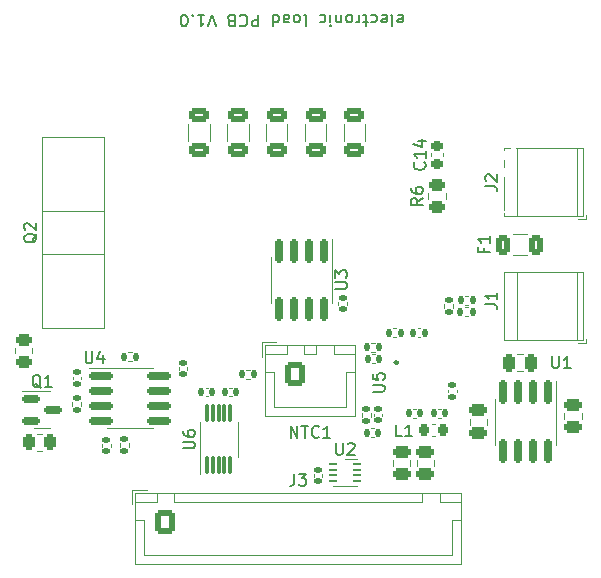
<source format=gto>
G04 #@! TF.GenerationSoftware,KiCad,Pcbnew,7.0.7*
G04 #@! TF.CreationDate,2023-10-26T17:58:54+02:00*
G04 #@! TF.ProjectId,load,6c6f6164-2e6b-4696-9361-645f70636258,rev?*
G04 #@! TF.SameCoordinates,Original*
G04 #@! TF.FileFunction,Legend,Top*
G04 #@! TF.FilePolarity,Positive*
%FSLAX46Y46*%
G04 Gerber Fmt 4.6, Leading zero omitted, Abs format (unit mm)*
G04 Created by KiCad (PCBNEW 7.0.7) date 2023-10-26 17:58:54*
%MOMM*%
%LPD*%
G01*
G04 APERTURE LIST*
G04 Aperture macros list*
%AMRoundRect*
0 Rectangle with rounded corners*
0 $1 Rounding radius*
0 $2 $3 $4 $5 $6 $7 $8 $9 X,Y pos of 4 corners*
0 Add a 4 corners polygon primitive as box body*
4,1,4,$2,$3,$4,$5,$6,$7,$8,$9,$2,$3,0*
0 Add four circle primitives for the rounded corners*
1,1,$1+$1,$2,$3*
1,1,$1+$1,$4,$5*
1,1,$1+$1,$6,$7*
1,1,$1+$1,$8,$9*
0 Add four rect primitives between the rounded corners*
20,1,$1+$1,$2,$3,$4,$5,0*
20,1,$1+$1,$4,$5,$6,$7,0*
20,1,$1+$1,$6,$7,$8,$9,0*
20,1,$1+$1,$8,$9,$2,$3,0*%
G04 Aperture macros list end*
%ADD10C,0.150000*%
%ADD11C,0.120000*%
%ADD12C,0.250000*%
%ADD13C,0.500000*%
%ADD14RoundRect,0.140000X-0.140000X-0.170000X0.140000X-0.170000X0.140000X0.170000X-0.140000X0.170000X0*%
%ADD15RoundRect,0.135000X-0.135000X-0.185000X0.135000X-0.185000X0.135000X0.185000X-0.135000X0.185000X0*%
%ADD16RoundRect,0.250000X-0.475000X0.250000X-0.475000X-0.250000X0.475000X-0.250000X0.475000X0.250000X0*%
%ADD17RoundRect,0.135000X-0.185000X0.135000X-0.185000X-0.135000X0.185000X-0.135000X0.185000X0.135000X0*%
%ADD18C,0.900000*%
%ADD19C,8.600000*%
%ADD20RoundRect,0.135000X0.185000X-0.135000X0.185000X0.135000X-0.185000X0.135000X-0.185000X-0.135000X0*%
%ADD21RoundRect,0.150000X-0.150000X0.825000X-0.150000X-0.825000X0.150000X-0.825000X0.150000X0.825000X0*%
%ADD22RoundRect,0.250000X-0.262500X-0.450000X0.262500X-0.450000X0.262500X0.450000X-0.262500X0.450000X0*%
%ADD23RoundRect,0.250000X0.625000X-0.312500X0.625000X0.312500X-0.625000X0.312500X-0.625000X-0.312500X0*%
%ADD24RoundRect,0.140000X-0.170000X0.140000X-0.170000X-0.140000X0.170000X-0.140000X0.170000X0.140000X0*%
%ADD25RoundRect,0.140000X0.140000X0.170000X-0.140000X0.170000X-0.140000X-0.170000X0.140000X-0.170000X0*%
%ADD26RoundRect,0.250000X-0.375000X-0.625000X0.375000X-0.625000X0.375000X0.625000X-0.375000X0.625000X0*%
%ADD27RoundRect,0.250000X-0.600000X-0.750000X0.600000X-0.750000X0.600000X0.750000X-0.600000X0.750000X0*%
%ADD28O,1.700000X2.000000*%
%ADD29RoundRect,0.150000X-0.587500X-0.150000X0.587500X-0.150000X0.587500X0.150000X-0.587500X0.150000X0*%
%ADD30R,0.800000X0.300000*%
%ADD31R,0.300000X0.800000*%
%ADD32R,1.760000X1.760000*%
%ADD33RoundRect,0.218750X0.218750X0.256250X-0.218750X0.256250X-0.218750X-0.256250X0.218750X-0.256250X0*%
%ADD34RoundRect,0.250000X-0.600000X-0.725000X0.600000X-0.725000X0.600000X0.725000X-0.600000X0.725000X0*%
%ADD35O,1.700000X1.950000*%
%ADD36R,2.100000X2.100000*%
%ADD37C,2.100000*%
%ADD38RoundRect,0.140000X0.170000X-0.140000X0.170000X0.140000X-0.170000X0.140000X-0.170000X-0.140000X0*%
%ADD39RoundRect,0.250000X-0.250000X-0.475000X0.250000X-0.475000X0.250000X0.475000X-0.250000X0.475000X0*%
%ADD40R,4.500000X2.500000*%
%ADD41O,4.500000X2.500000*%
%ADD42RoundRect,0.250000X0.450000X-0.262500X0.450000X0.262500X-0.450000X0.262500X-0.450000X-0.262500X0*%
%ADD43RoundRect,0.062500X-0.287500X-0.062500X0.287500X-0.062500X0.287500X0.062500X-0.287500X0.062500X0*%
%ADD44R,0.800000X1.200000*%
%ADD45RoundRect,0.075000X0.075000X-0.650000X0.075000X0.650000X-0.075000X0.650000X-0.075000X-0.650000X0*%
%ADD46RoundRect,0.225000X0.250000X-0.225000X0.250000X0.225000X-0.250000X0.225000X-0.250000X-0.225000X0*%
%ADD47RoundRect,0.135000X0.135000X0.185000X-0.135000X0.185000X-0.135000X-0.185000X0.135000X-0.185000X0*%
%ADD48RoundRect,0.150000X-0.825000X-0.150000X0.825000X-0.150000X0.825000X0.150000X-0.825000X0.150000X0*%
G04 APERTURE END LIST*
D10*
X178682268Y-106577800D02*
X178777506Y-106530180D01*
X178777506Y-106530180D02*
X178967982Y-106530180D01*
X178967982Y-106530180D02*
X179063220Y-106577800D01*
X179063220Y-106577800D02*
X179110839Y-106673038D01*
X179110839Y-106673038D02*
X179110839Y-107053990D01*
X179110839Y-107053990D02*
X179063220Y-107149228D01*
X179063220Y-107149228D02*
X178967982Y-107196847D01*
X178967982Y-107196847D02*
X178777506Y-107196847D01*
X178777506Y-107196847D02*
X178682268Y-107149228D01*
X178682268Y-107149228D02*
X178634649Y-107053990D01*
X178634649Y-107053990D02*
X178634649Y-106958752D01*
X178634649Y-106958752D02*
X179110839Y-106863514D01*
X178063220Y-106530180D02*
X178158458Y-106577800D01*
X178158458Y-106577800D02*
X178206077Y-106673038D01*
X178206077Y-106673038D02*
X178206077Y-107530180D01*
X177301315Y-106577800D02*
X177396553Y-106530180D01*
X177396553Y-106530180D02*
X177587029Y-106530180D01*
X177587029Y-106530180D02*
X177682267Y-106577800D01*
X177682267Y-106577800D02*
X177729886Y-106673038D01*
X177729886Y-106673038D02*
X177729886Y-107053990D01*
X177729886Y-107053990D02*
X177682267Y-107149228D01*
X177682267Y-107149228D02*
X177587029Y-107196847D01*
X177587029Y-107196847D02*
X177396553Y-107196847D01*
X177396553Y-107196847D02*
X177301315Y-107149228D01*
X177301315Y-107149228D02*
X177253696Y-107053990D01*
X177253696Y-107053990D02*
X177253696Y-106958752D01*
X177253696Y-106958752D02*
X177729886Y-106863514D01*
X176396553Y-106577800D02*
X176491791Y-106530180D01*
X176491791Y-106530180D02*
X176682267Y-106530180D01*
X176682267Y-106530180D02*
X176777505Y-106577800D01*
X176777505Y-106577800D02*
X176825124Y-106625419D01*
X176825124Y-106625419D02*
X176872743Y-106720657D01*
X176872743Y-106720657D02*
X176872743Y-107006371D01*
X176872743Y-107006371D02*
X176825124Y-107101609D01*
X176825124Y-107101609D02*
X176777505Y-107149228D01*
X176777505Y-107149228D02*
X176682267Y-107196847D01*
X176682267Y-107196847D02*
X176491791Y-107196847D01*
X176491791Y-107196847D02*
X176396553Y-107149228D01*
X176110838Y-107196847D02*
X175729886Y-107196847D01*
X175967981Y-107530180D02*
X175967981Y-106673038D01*
X175967981Y-106673038D02*
X175920362Y-106577800D01*
X175920362Y-106577800D02*
X175825124Y-106530180D01*
X175825124Y-106530180D02*
X175729886Y-106530180D01*
X175396552Y-106530180D02*
X175396552Y-107196847D01*
X175396552Y-107006371D02*
X175348933Y-107101609D01*
X175348933Y-107101609D02*
X175301314Y-107149228D01*
X175301314Y-107149228D02*
X175206076Y-107196847D01*
X175206076Y-107196847D02*
X175110838Y-107196847D01*
X174634647Y-106530180D02*
X174729885Y-106577800D01*
X174729885Y-106577800D02*
X174777504Y-106625419D01*
X174777504Y-106625419D02*
X174825123Y-106720657D01*
X174825123Y-106720657D02*
X174825123Y-107006371D01*
X174825123Y-107006371D02*
X174777504Y-107101609D01*
X174777504Y-107101609D02*
X174729885Y-107149228D01*
X174729885Y-107149228D02*
X174634647Y-107196847D01*
X174634647Y-107196847D02*
X174491790Y-107196847D01*
X174491790Y-107196847D02*
X174396552Y-107149228D01*
X174396552Y-107149228D02*
X174348933Y-107101609D01*
X174348933Y-107101609D02*
X174301314Y-107006371D01*
X174301314Y-107006371D02*
X174301314Y-106720657D01*
X174301314Y-106720657D02*
X174348933Y-106625419D01*
X174348933Y-106625419D02*
X174396552Y-106577800D01*
X174396552Y-106577800D02*
X174491790Y-106530180D01*
X174491790Y-106530180D02*
X174634647Y-106530180D01*
X173872742Y-107196847D02*
X173872742Y-106530180D01*
X173872742Y-107101609D02*
X173825123Y-107149228D01*
X173825123Y-107149228D02*
X173729885Y-107196847D01*
X173729885Y-107196847D02*
X173587028Y-107196847D01*
X173587028Y-107196847D02*
X173491790Y-107149228D01*
X173491790Y-107149228D02*
X173444171Y-107053990D01*
X173444171Y-107053990D02*
X173444171Y-106530180D01*
X172967980Y-106530180D02*
X172967980Y-107196847D01*
X172967980Y-107530180D02*
X173015599Y-107482561D01*
X173015599Y-107482561D02*
X172967980Y-107434942D01*
X172967980Y-107434942D02*
X172920361Y-107482561D01*
X172920361Y-107482561D02*
X172967980Y-107530180D01*
X172967980Y-107530180D02*
X172967980Y-107434942D01*
X172063219Y-106577800D02*
X172158457Y-106530180D01*
X172158457Y-106530180D02*
X172348933Y-106530180D01*
X172348933Y-106530180D02*
X172444171Y-106577800D01*
X172444171Y-106577800D02*
X172491790Y-106625419D01*
X172491790Y-106625419D02*
X172539409Y-106720657D01*
X172539409Y-106720657D02*
X172539409Y-107006371D01*
X172539409Y-107006371D02*
X172491790Y-107101609D01*
X172491790Y-107101609D02*
X172444171Y-107149228D01*
X172444171Y-107149228D02*
X172348933Y-107196847D01*
X172348933Y-107196847D02*
X172158457Y-107196847D01*
X172158457Y-107196847D02*
X172063219Y-107149228D01*
X170729885Y-106530180D02*
X170825123Y-106577800D01*
X170825123Y-106577800D02*
X170872742Y-106673038D01*
X170872742Y-106673038D02*
X170872742Y-107530180D01*
X170206075Y-106530180D02*
X170301313Y-106577800D01*
X170301313Y-106577800D02*
X170348932Y-106625419D01*
X170348932Y-106625419D02*
X170396551Y-106720657D01*
X170396551Y-106720657D02*
X170396551Y-107006371D01*
X170396551Y-107006371D02*
X170348932Y-107101609D01*
X170348932Y-107101609D02*
X170301313Y-107149228D01*
X170301313Y-107149228D02*
X170206075Y-107196847D01*
X170206075Y-107196847D02*
X170063218Y-107196847D01*
X170063218Y-107196847D02*
X169967980Y-107149228D01*
X169967980Y-107149228D02*
X169920361Y-107101609D01*
X169920361Y-107101609D02*
X169872742Y-107006371D01*
X169872742Y-107006371D02*
X169872742Y-106720657D01*
X169872742Y-106720657D02*
X169920361Y-106625419D01*
X169920361Y-106625419D02*
X169967980Y-106577800D01*
X169967980Y-106577800D02*
X170063218Y-106530180D01*
X170063218Y-106530180D02*
X170206075Y-106530180D01*
X169015599Y-106530180D02*
X169015599Y-107053990D01*
X169015599Y-107053990D02*
X169063218Y-107149228D01*
X169063218Y-107149228D02*
X169158456Y-107196847D01*
X169158456Y-107196847D02*
X169348932Y-107196847D01*
X169348932Y-107196847D02*
X169444170Y-107149228D01*
X169015599Y-106577800D02*
X169110837Y-106530180D01*
X169110837Y-106530180D02*
X169348932Y-106530180D01*
X169348932Y-106530180D02*
X169444170Y-106577800D01*
X169444170Y-106577800D02*
X169491789Y-106673038D01*
X169491789Y-106673038D02*
X169491789Y-106768276D01*
X169491789Y-106768276D02*
X169444170Y-106863514D01*
X169444170Y-106863514D02*
X169348932Y-106911133D01*
X169348932Y-106911133D02*
X169110837Y-106911133D01*
X169110837Y-106911133D02*
X169015599Y-106958752D01*
X168110837Y-106530180D02*
X168110837Y-107530180D01*
X168110837Y-106577800D02*
X168206075Y-106530180D01*
X168206075Y-106530180D02*
X168396551Y-106530180D01*
X168396551Y-106530180D02*
X168491789Y-106577800D01*
X168491789Y-106577800D02*
X168539408Y-106625419D01*
X168539408Y-106625419D02*
X168587027Y-106720657D01*
X168587027Y-106720657D02*
X168587027Y-107006371D01*
X168587027Y-107006371D02*
X168539408Y-107101609D01*
X168539408Y-107101609D02*
X168491789Y-107149228D01*
X168491789Y-107149228D02*
X168396551Y-107196847D01*
X168396551Y-107196847D02*
X168206075Y-107196847D01*
X168206075Y-107196847D02*
X168110837Y-107149228D01*
X166872741Y-106530180D02*
X166872741Y-107530180D01*
X166872741Y-107530180D02*
X166491789Y-107530180D01*
X166491789Y-107530180D02*
X166396551Y-107482561D01*
X166396551Y-107482561D02*
X166348932Y-107434942D01*
X166348932Y-107434942D02*
X166301313Y-107339704D01*
X166301313Y-107339704D02*
X166301313Y-107196847D01*
X166301313Y-107196847D02*
X166348932Y-107101609D01*
X166348932Y-107101609D02*
X166396551Y-107053990D01*
X166396551Y-107053990D02*
X166491789Y-107006371D01*
X166491789Y-107006371D02*
X166872741Y-107006371D01*
X165301313Y-106625419D02*
X165348932Y-106577800D01*
X165348932Y-106577800D02*
X165491789Y-106530180D01*
X165491789Y-106530180D02*
X165587027Y-106530180D01*
X165587027Y-106530180D02*
X165729884Y-106577800D01*
X165729884Y-106577800D02*
X165825122Y-106673038D01*
X165825122Y-106673038D02*
X165872741Y-106768276D01*
X165872741Y-106768276D02*
X165920360Y-106958752D01*
X165920360Y-106958752D02*
X165920360Y-107101609D01*
X165920360Y-107101609D02*
X165872741Y-107292085D01*
X165872741Y-107292085D02*
X165825122Y-107387323D01*
X165825122Y-107387323D02*
X165729884Y-107482561D01*
X165729884Y-107482561D02*
X165587027Y-107530180D01*
X165587027Y-107530180D02*
X165491789Y-107530180D01*
X165491789Y-107530180D02*
X165348932Y-107482561D01*
X165348932Y-107482561D02*
X165301313Y-107434942D01*
X164539408Y-107053990D02*
X164396551Y-107006371D01*
X164396551Y-107006371D02*
X164348932Y-106958752D01*
X164348932Y-106958752D02*
X164301313Y-106863514D01*
X164301313Y-106863514D02*
X164301313Y-106720657D01*
X164301313Y-106720657D02*
X164348932Y-106625419D01*
X164348932Y-106625419D02*
X164396551Y-106577800D01*
X164396551Y-106577800D02*
X164491789Y-106530180D01*
X164491789Y-106530180D02*
X164872741Y-106530180D01*
X164872741Y-106530180D02*
X164872741Y-107530180D01*
X164872741Y-107530180D02*
X164539408Y-107530180D01*
X164539408Y-107530180D02*
X164444170Y-107482561D01*
X164444170Y-107482561D02*
X164396551Y-107434942D01*
X164396551Y-107434942D02*
X164348932Y-107339704D01*
X164348932Y-107339704D02*
X164348932Y-107244466D01*
X164348932Y-107244466D02*
X164396551Y-107149228D01*
X164396551Y-107149228D02*
X164444170Y-107101609D01*
X164444170Y-107101609D02*
X164539408Y-107053990D01*
X164539408Y-107053990D02*
X164872741Y-107053990D01*
X163253693Y-107530180D02*
X162920360Y-106530180D01*
X162920360Y-106530180D02*
X162587027Y-107530180D01*
X161729884Y-106530180D02*
X162301312Y-106530180D01*
X162015598Y-106530180D02*
X162015598Y-107530180D01*
X162015598Y-107530180D02*
X162110836Y-107387323D01*
X162110836Y-107387323D02*
X162206074Y-107292085D01*
X162206074Y-107292085D02*
X162301312Y-107244466D01*
X161301312Y-106625419D02*
X161253693Y-106577800D01*
X161253693Y-106577800D02*
X161301312Y-106530180D01*
X161301312Y-106530180D02*
X161348931Y-106577800D01*
X161348931Y-106577800D02*
X161301312Y-106625419D01*
X161301312Y-106625419D02*
X161301312Y-106530180D01*
X160634646Y-107530180D02*
X160539408Y-107530180D01*
X160539408Y-107530180D02*
X160444170Y-107482561D01*
X160444170Y-107482561D02*
X160396551Y-107434942D01*
X160396551Y-107434942D02*
X160348932Y-107339704D01*
X160348932Y-107339704D02*
X160301313Y-107149228D01*
X160301313Y-107149228D02*
X160301313Y-106911133D01*
X160301313Y-106911133D02*
X160348932Y-106720657D01*
X160348932Y-106720657D02*
X160396551Y-106625419D01*
X160396551Y-106625419D02*
X160444170Y-106577800D01*
X160444170Y-106577800D02*
X160539408Y-106530180D01*
X160539408Y-106530180D02*
X160634646Y-106530180D01*
X160634646Y-106530180D02*
X160729884Y-106577800D01*
X160729884Y-106577800D02*
X160777503Y-106625419D01*
X160777503Y-106625419D02*
X160825122Y-106720657D01*
X160825122Y-106720657D02*
X160872741Y-106911133D01*
X160872741Y-106911133D02*
X160872741Y-107149228D01*
X160872741Y-107149228D02*
X160825122Y-107339704D01*
X160825122Y-107339704D02*
X160777503Y-107434942D01*
X160777503Y-107434942D02*
X160729884Y-107482561D01*
X160729884Y-107482561D02*
X160634646Y-107530180D01*
X191738095Y-135454819D02*
X191738095Y-136264342D01*
X191738095Y-136264342D02*
X191785714Y-136359580D01*
X191785714Y-136359580D02*
X191833333Y-136407200D01*
X191833333Y-136407200D02*
X191928571Y-136454819D01*
X191928571Y-136454819D02*
X192119047Y-136454819D01*
X192119047Y-136454819D02*
X192214285Y-136407200D01*
X192214285Y-136407200D02*
X192261904Y-136359580D01*
X192261904Y-136359580D02*
X192309523Y-136264342D01*
X192309523Y-136264342D02*
X192309523Y-135454819D01*
X193309523Y-136454819D02*
X192738095Y-136454819D01*
X193023809Y-136454819D02*
X193023809Y-135454819D01*
X193023809Y-135454819D02*
X192928571Y-135597676D01*
X192928571Y-135597676D02*
X192833333Y-135692914D01*
X192833333Y-135692914D02*
X192738095Y-135740533D01*
X185931009Y-126333333D02*
X185931009Y-126666666D01*
X186454819Y-126666666D02*
X185454819Y-126666666D01*
X185454819Y-126666666D02*
X185454819Y-126190476D01*
X186454819Y-125285714D02*
X186454819Y-125857142D01*
X186454819Y-125571428D02*
X185454819Y-125571428D01*
X185454819Y-125571428D02*
X185597676Y-125666666D01*
X185597676Y-125666666D02*
X185692914Y-125761904D01*
X185692914Y-125761904D02*
X185740533Y-125857142D01*
X169607143Y-142354819D02*
X169607143Y-141354819D01*
X169607143Y-141354819D02*
X170178571Y-142354819D01*
X170178571Y-142354819D02*
X170178571Y-141354819D01*
X170511905Y-141354819D02*
X171083333Y-141354819D01*
X170797619Y-142354819D02*
X170797619Y-141354819D01*
X171988095Y-142259580D02*
X171940476Y-142307200D01*
X171940476Y-142307200D02*
X171797619Y-142354819D01*
X171797619Y-142354819D02*
X171702381Y-142354819D01*
X171702381Y-142354819D02*
X171559524Y-142307200D01*
X171559524Y-142307200D02*
X171464286Y-142211961D01*
X171464286Y-142211961D02*
X171416667Y-142116723D01*
X171416667Y-142116723D02*
X171369048Y-141926247D01*
X171369048Y-141926247D02*
X171369048Y-141783390D01*
X171369048Y-141783390D02*
X171416667Y-141592914D01*
X171416667Y-141592914D02*
X171464286Y-141497676D01*
X171464286Y-141497676D02*
X171559524Y-141402438D01*
X171559524Y-141402438D02*
X171702381Y-141354819D01*
X171702381Y-141354819D02*
X171797619Y-141354819D01*
X171797619Y-141354819D02*
X171940476Y-141402438D01*
X171940476Y-141402438D02*
X171988095Y-141450057D01*
X172940476Y-142354819D02*
X172369048Y-142354819D01*
X172654762Y-142354819D02*
X172654762Y-141354819D01*
X172654762Y-141354819D02*
X172559524Y-141497676D01*
X172559524Y-141497676D02*
X172464286Y-141592914D01*
X172464286Y-141592914D02*
X172369048Y-141640533D01*
X148467261Y-138150057D02*
X148372023Y-138102438D01*
X148372023Y-138102438D02*
X148276785Y-138007200D01*
X148276785Y-138007200D02*
X148133928Y-137864342D01*
X148133928Y-137864342D02*
X148038690Y-137816723D01*
X148038690Y-137816723D02*
X147943452Y-137816723D01*
X147991071Y-138054819D02*
X147895833Y-138007200D01*
X147895833Y-138007200D02*
X147800595Y-137911961D01*
X147800595Y-137911961D02*
X147752976Y-137721485D01*
X147752976Y-137721485D02*
X147752976Y-137388152D01*
X147752976Y-137388152D02*
X147800595Y-137197676D01*
X147800595Y-137197676D02*
X147895833Y-137102438D01*
X147895833Y-137102438D02*
X147991071Y-137054819D01*
X147991071Y-137054819D02*
X148181547Y-137054819D01*
X148181547Y-137054819D02*
X148276785Y-137102438D01*
X148276785Y-137102438D02*
X148372023Y-137197676D01*
X148372023Y-137197676D02*
X148419642Y-137388152D01*
X148419642Y-137388152D02*
X148419642Y-137721485D01*
X148419642Y-137721485D02*
X148372023Y-137911961D01*
X148372023Y-137911961D02*
X148276785Y-138007200D01*
X148276785Y-138007200D02*
X148181547Y-138054819D01*
X148181547Y-138054819D02*
X147991071Y-138054819D01*
X149372023Y-138054819D02*
X148800595Y-138054819D01*
X149086309Y-138054819D02*
X149086309Y-137054819D01*
X149086309Y-137054819D02*
X148991071Y-137197676D01*
X148991071Y-137197676D02*
X148895833Y-137292914D01*
X148895833Y-137292914D02*
X148800595Y-137340533D01*
X176554819Y-138461904D02*
X177364342Y-138461904D01*
X177364342Y-138461904D02*
X177459580Y-138414285D01*
X177459580Y-138414285D02*
X177507200Y-138366666D01*
X177507200Y-138366666D02*
X177554819Y-138271428D01*
X177554819Y-138271428D02*
X177554819Y-138080952D01*
X177554819Y-138080952D02*
X177507200Y-137985714D01*
X177507200Y-137985714D02*
X177459580Y-137938095D01*
X177459580Y-137938095D02*
X177364342Y-137890476D01*
X177364342Y-137890476D02*
X176554819Y-137890476D01*
X176554819Y-136938095D02*
X176554819Y-137414285D01*
X176554819Y-137414285D02*
X177031009Y-137461904D01*
X177031009Y-137461904D02*
X176983390Y-137414285D01*
X176983390Y-137414285D02*
X176935771Y-137319047D01*
X176935771Y-137319047D02*
X176935771Y-137080952D01*
X176935771Y-137080952D02*
X176983390Y-136985714D01*
X176983390Y-136985714D02*
X177031009Y-136938095D01*
X177031009Y-136938095D02*
X177126247Y-136890476D01*
X177126247Y-136890476D02*
X177364342Y-136890476D01*
X177364342Y-136890476D02*
X177459580Y-136938095D01*
X177459580Y-136938095D02*
X177507200Y-136985714D01*
X177507200Y-136985714D02*
X177554819Y-137080952D01*
X177554819Y-137080952D02*
X177554819Y-137319047D01*
X177554819Y-137319047D02*
X177507200Y-137414285D01*
X177507200Y-137414285D02*
X177459580Y-137461904D01*
X179033333Y-142254819D02*
X178557143Y-142254819D01*
X178557143Y-142254819D02*
X178557143Y-141254819D01*
X179890476Y-142254819D02*
X179319048Y-142254819D01*
X179604762Y-142254819D02*
X179604762Y-141254819D01*
X179604762Y-141254819D02*
X179509524Y-141397676D01*
X179509524Y-141397676D02*
X179414286Y-141492914D01*
X179414286Y-141492914D02*
X179319048Y-141540533D01*
X169916666Y-145404819D02*
X169916666Y-146119104D01*
X169916666Y-146119104D02*
X169869047Y-146261961D01*
X169869047Y-146261961D02*
X169773809Y-146357200D01*
X169773809Y-146357200D02*
X169630952Y-146404819D01*
X169630952Y-146404819D02*
X169535714Y-146404819D01*
X170297619Y-145404819D02*
X170916666Y-145404819D01*
X170916666Y-145404819D02*
X170583333Y-145785771D01*
X170583333Y-145785771D02*
X170726190Y-145785771D01*
X170726190Y-145785771D02*
X170821428Y-145833390D01*
X170821428Y-145833390D02*
X170869047Y-145881009D01*
X170869047Y-145881009D02*
X170916666Y-145976247D01*
X170916666Y-145976247D02*
X170916666Y-146214342D01*
X170916666Y-146214342D02*
X170869047Y-146309580D01*
X170869047Y-146309580D02*
X170821428Y-146357200D01*
X170821428Y-146357200D02*
X170726190Y-146404819D01*
X170726190Y-146404819D02*
X170440476Y-146404819D01*
X170440476Y-146404819D02*
X170345238Y-146357200D01*
X170345238Y-146357200D02*
X170297619Y-146309580D01*
X186084819Y-121063333D02*
X186799104Y-121063333D01*
X186799104Y-121063333D02*
X186941961Y-121110952D01*
X186941961Y-121110952D02*
X187037200Y-121206190D01*
X187037200Y-121206190D02*
X187084819Y-121349047D01*
X187084819Y-121349047D02*
X187084819Y-121444285D01*
X186180057Y-120634761D02*
X186132438Y-120587142D01*
X186132438Y-120587142D02*
X186084819Y-120491904D01*
X186084819Y-120491904D02*
X186084819Y-120253809D01*
X186084819Y-120253809D02*
X186132438Y-120158571D01*
X186132438Y-120158571D02*
X186180057Y-120110952D01*
X186180057Y-120110952D02*
X186275295Y-120063333D01*
X186275295Y-120063333D02*
X186370533Y-120063333D01*
X186370533Y-120063333D02*
X186513390Y-120110952D01*
X186513390Y-120110952D02*
X187084819Y-120682380D01*
X187084819Y-120682380D02*
X187084819Y-120063333D01*
X173354819Y-129761904D02*
X174164342Y-129761904D01*
X174164342Y-129761904D02*
X174259580Y-129714285D01*
X174259580Y-129714285D02*
X174307200Y-129666666D01*
X174307200Y-129666666D02*
X174354819Y-129571428D01*
X174354819Y-129571428D02*
X174354819Y-129380952D01*
X174354819Y-129380952D02*
X174307200Y-129285714D01*
X174307200Y-129285714D02*
X174259580Y-129238095D01*
X174259580Y-129238095D02*
X174164342Y-129190476D01*
X174164342Y-129190476D02*
X173354819Y-129190476D01*
X173354819Y-128809523D02*
X173354819Y-128190476D01*
X173354819Y-128190476D02*
X173735771Y-128523809D01*
X173735771Y-128523809D02*
X173735771Y-128380952D01*
X173735771Y-128380952D02*
X173783390Y-128285714D01*
X173783390Y-128285714D02*
X173831009Y-128238095D01*
X173831009Y-128238095D02*
X173926247Y-128190476D01*
X173926247Y-128190476D02*
X174164342Y-128190476D01*
X174164342Y-128190476D02*
X174259580Y-128238095D01*
X174259580Y-128238095D02*
X174307200Y-128285714D01*
X174307200Y-128285714D02*
X174354819Y-128380952D01*
X174354819Y-128380952D02*
X174354819Y-128666666D01*
X174354819Y-128666666D02*
X174307200Y-128761904D01*
X174307200Y-128761904D02*
X174259580Y-128809523D01*
X148120057Y-125095238D02*
X148072438Y-125190476D01*
X148072438Y-125190476D02*
X147977200Y-125285714D01*
X147977200Y-125285714D02*
X147834342Y-125428571D01*
X147834342Y-125428571D02*
X147786723Y-125523809D01*
X147786723Y-125523809D02*
X147786723Y-125619047D01*
X148024819Y-125571428D02*
X147977200Y-125666666D01*
X147977200Y-125666666D02*
X147881961Y-125761904D01*
X147881961Y-125761904D02*
X147691485Y-125809523D01*
X147691485Y-125809523D02*
X147358152Y-125809523D01*
X147358152Y-125809523D02*
X147167676Y-125761904D01*
X147167676Y-125761904D02*
X147072438Y-125666666D01*
X147072438Y-125666666D02*
X147024819Y-125571428D01*
X147024819Y-125571428D02*
X147024819Y-125380952D01*
X147024819Y-125380952D02*
X147072438Y-125285714D01*
X147072438Y-125285714D02*
X147167676Y-125190476D01*
X147167676Y-125190476D02*
X147358152Y-125142857D01*
X147358152Y-125142857D02*
X147691485Y-125142857D01*
X147691485Y-125142857D02*
X147881961Y-125190476D01*
X147881961Y-125190476D02*
X147977200Y-125285714D01*
X147977200Y-125285714D02*
X148024819Y-125380952D01*
X148024819Y-125380952D02*
X148024819Y-125571428D01*
X147120057Y-124761904D02*
X147072438Y-124714285D01*
X147072438Y-124714285D02*
X147024819Y-124619047D01*
X147024819Y-124619047D02*
X147024819Y-124380952D01*
X147024819Y-124380952D02*
X147072438Y-124285714D01*
X147072438Y-124285714D02*
X147120057Y-124238095D01*
X147120057Y-124238095D02*
X147215295Y-124190476D01*
X147215295Y-124190476D02*
X147310533Y-124190476D01*
X147310533Y-124190476D02*
X147453390Y-124238095D01*
X147453390Y-124238095D02*
X148024819Y-124809523D01*
X148024819Y-124809523D02*
X148024819Y-124190476D01*
X173438095Y-142804819D02*
X173438095Y-143614342D01*
X173438095Y-143614342D02*
X173485714Y-143709580D01*
X173485714Y-143709580D02*
X173533333Y-143757200D01*
X173533333Y-143757200D02*
X173628571Y-143804819D01*
X173628571Y-143804819D02*
X173819047Y-143804819D01*
X173819047Y-143804819D02*
X173914285Y-143757200D01*
X173914285Y-143757200D02*
X173961904Y-143709580D01*
X173961904Y-143709580D02*
X174009523Y-143614342D01*
X174009523Y-143614342D02*
X174009523Y-142804819D01*
X174438095Y-142900057D02*
X174485714Y-142852438D01*
X174485714Y-142852438D02*
X174580952Y-142804819D01*
X174580952Y-142804819D02*
X174819047Y-142804819D01*
X174819047Y-142804819D02*
X174914285Y-142852438D01*
X174914285Y-142852438D02*
X174961904Y-142900057D01*
X174961904Y-142900057D02*
X175009523Y-142995295D01*
X175009523Y-142995295D02*
X175009523Y-143090533D01*
X175009523Y-143090533D02*
X174961904Y-143233390D01*
X174961904Y-143233390D02*
X174390476Y-143804819D01*
X174390476Y-143804819D02*
X175009523Y-143804819D01*
X160504819Y-143261904D02*
X161314342Y-143261904D01*
X161314342Y-143261904D02*
X161409580Y-143214285D01*
X161409580Y-143214285D02*
X161457200Y-143166666D01*
X161457200Y-143166666D02*
X161504819Y-143071428D01*
X161504819Y-143071428D02*
X161504819Y-142880952D01*
X161504819Y-142880952D02*
X161457200Y-142785714D01*
X161457200Y-142785714D02*
X161409580Y-142738095D01*
X161409580Y-142738095D02*
X161314342Y-142690476D01*
X161314342Y-142690476D02*
X160504819Y-142690476D01*
X160504819Y-141785714D02*
X160504819Y-141976190D01*
X160504819Y-141976190D02*
X160552438Y-142071428D01*
X160552438Y-142071428D02*
X160600057Y-142119047D01*
X160600057Y-142119047D02*
X160742914Y-142214285D01*
X160742914Y-142214285D02*
X160933390Y-142261904D01*
X160933390Y-142261904D02*
X161314342Y-142261904D01*
X161314342Y-142261904D02*
X161409580Y-142214285D01*
X161409580Y-142214285D02*
X161457200Y-142166666D01*
X161457200Y-142166666D02*
X161504819Y-142071428D01*
X161504819Y-142071428D02*
X161504819Y-141880952D01*
X161504819Y-141880952D02*
X161457200Y-141785714D01*
X161457200Y-141785714D02*
X161409580Y-141738095D01*
X161409580Y-141738095D02*
X161314342Y-141690476D01*
X161314342Y-141690476D02*
X161076247Y-141690476D01*
X161076247Y-141690476D02*
X160981009Y-141738095D01*
X160981009Y-141738095D02*
X160933390Y-141785714D01*
X160933390Y-141785714D02*
X160885771Y-141880952D01*
X160885771Y-141880952D02*
X160885771Y-142071428D01*
X160885771Y-142071428D02*
X160933390Y-142166666D01*
X160933390Y-142166666D02*
X160981009Y-142214285D01*
X160981009Y-142214285D02*
X161076247Y-142261904D01*
X180929580Y-119042857D02*
X180977200Y-119090476D01*
X180977200Y-119090476D02*
X181024819Y-119233333D01*
X181024819Y-119233333D02*
X181024819Y-119328571D01*
X181024819Y-119328571D02*
X180977200Y-119471428D01*
X180977200Y-119471428D02*
X180881961Y-119566666D01*
X180881961Y-119566666D02*
X180786723Y-119614285D01*
X180786723Y-119614285D02*
X180596247Y-119661904D01*
X180596247Y-119661904D02*
X180453390Y-119661904D01*
X180453390Y-119661904D02*
X180262914Y-119614285D01*
X180262914Y-119614285D02*
X180167676Y-119566666D01*
X180167676Y-119566666D02*
X180072438Y-119471428D01*
X180072438Y-119471428D02*
X180024819Y-119328571D01*
X180024819Y-119328571D02*
X180024819Y-119233333D01*
X180024819Y-119233333D02*
X180072438Y-119090476D01*
X180072438Y-119090476D02*
X180120057Y-119042857D01*
X181024819Y-118090476D02*
X181024819Y-118661904D01*
X181024819Y-118376190D02*
X180024819Y-118376190D01*
X180024819Y-118376190D02*
X180167676Y-118471428D01*
X180167676Y-118471428D02*
X180262914Y-118566666D01*
X180262914Y-118566666D02*
X180310533Y-118661904D01*
X180358152Y-117233333D02*
X181024819Y-117233333D01*
X179977200Y-117471428D02*
X180691485Y-117709523D01*
X180691485Y-117709523D02*
X180691485Y-117090476D01*
X186084819Y-131073333D02*
X186799104Y-131073333D01*
X186799104Y-131073333D02*
X186941961Y-131120952D01*
X186941961Y-131120952D02*
X187037200Y-131216190D01*
X187037200Y-131216190D02*
X187084819Y-131359047D01*
X187084819Y-131359047D02*
X187084819Y-131454285D01*
X187084819Y-130073333D02*
X187084819Y-130644761D01*
X187084819Y-130359047D02*
X186084819Y-130359047D01*
X186084819Y-130359047D02*
X186227676Y-130454285D01*
X186227676Y-130454285D02*
X186322914Y-130549523D01*
X186322914Y-130549523D02*
X186370533Y-130644761D01*
X180804819Y-122066666D02*
X180328628Y-122399999D01*
X180804819Y-122638094D02*
X179804819Y-122638094D01*
X179804819Y-122638094D02*
X179804819Y-122257142D01*
X179804819Y-122257142D02*
X179852438Y-122161904D01*
X179852438Y-122161904D02*
X179900057Y-122114285D01*
X179900057Y-122114285D02*
X179995295Y-122066666D01*
X179995295Y-122066666D02*
X180138152Y-122066666D01*
X180138152Y-122066666D02*
X180233390Y-122114285D01*
X180233390Y-122114285D02*
X180281009Y-122161904D01*
X180281009Y-122161904D02*
X180328628Y-122257142D01*
X180328628Y-122257142D02*
X180328628Y-122638094D01*
X179804819Y-121209523D02*
X179804819Y-121399999D01*
X179804819Y-121399999D02*
X179852438Y-121495237D01*
X179852438Y-121495237D02*
X179900057Y-121542856D01*
X179900057Y-121542856D02*
X180042914Y-121638094D01*
X180042914Y-121638094D02*
X180233390Y-121685713D01*
X180233390Y-121685713D02*
X180614342Y-121685713D01*
X180614342Y-121685713D02*
X180709580Y-121638094D01*
X180709580Y-121638094D02*
X180757200Y-121590475D01*
X180757200Y-121590475D02*
X180804819Y-121495237D01*
X180804819Y-121495237D02*
X180804819Y-121304761D01*
X180804819Y-121304761D02*
X180757200Y-121209523D01*
X180757200Y-121209523D02*
X180709580Y-121161904D01*
X180709580Y-121161904D02*
X180614342Y-121114285D01*
X180614342Y-121114285D02*
X180376247Y-121114285D01*
X180376247Y-121114285D02*
X180281009Y-121161904D01*
X180281009Y-121161904D02*
X180233390Y-121209523D01*
X180233390Y-121209523D02*
X180185771Y-121304761D01*
X180185771Y-121304761D02*
X180185771Y-121495237D01*
X180185771Y-121495237D02*
X180233390Y-121590475D01*
X180233390Y-121590475D02*
X180281009Y-121638094D01*
X180281009Y-121638094D02*
X180376247Y-121685713D01*
X152238095Y-135054819D02*
X152238095Y-135864342D01*
X152238095Y-135864342D02*
X152285714Y-135959580D01*
X152285714Y-135959580D02*
X152333333Y-136007200D01*
X152333333Y-136007200D02*
X152428571Y-136054819D01*
X152428571Y-136054819D02*
X152619047Y-136054819D01*
X152619047Y-136054819D02*
X152714285Y-136007200D01*
X152714285Y-136007200D02*
X152761904Y-135959580D01*
X152761904Y-135959580D02*
X152809523Y-135864342D01*
X152809523Y-135864342D02*
X152809523Y-135054819D01*
X153714285Y-135388152D02*
X153714285Y-136054819D01*
X153476190Y-135007200D02*
X153238095Y-135721485D01*
X153238095Y-135721485D02*
X153857142Y-135721485D01*
D11*
X164392164Y-138140000D02*
X164607836Y-138140000D01*
X164392164Y-138860000D02*
X164607836Y-138860000D01*
X184346359Y-130320000D02*
X184653641Y-130320000D01*
X184346359Y-131080000D02*
X184653641Y-131080000D01*
X194235000Y-140238748D02*
X194235000Y-140761252D01*
X192765000Y-140238748D02*
X192765000Y-140761252D01*
X178246359Y-133090000D02*
X178553641Y-133090000D01*
X178246359Y-133850000D02*
X178553641Y-133850000D01*
X151880000Y-139346359D02*
X151880000Y-139653641D01*
X151120000Y-139346359D02*
X151120000Y-139653641D01*
X181735000Y-144238748D02*
X181735000Y-144761252D01*
X180265000Y-144238748D02*
X180265000Y-144761252D01*
X175620000Y-140573641D02*
X175620000Y-140266359D01*
X176380000Y-140573641D02*
X176380000Y-140266359D01*
X192060000Y-141000000D02*
X192060000Y-137550000D01*
X192060000Y-141000000D02*
X192060000Y-142950000D01*
X186940000Y-141000000D02*
X186940000Y-139050000D01*
X186940000Y-141000000D02*
X186940000Y-142950000D01*
X148110436Y-142015000D02*
X148564564Y-142015000D01*
X148110436Y-143485000D02*
X148564564Y-143485000D01*
X170800000Y-117264564D02*
X170800000Y-115810436D01*
X172620000Y-117264564D02*
X172620000Y-115810436D01*
X183660000Y-138292164D02*
X183660000Y-138507836D01*
X182940000Y-138292164D02*
X182940000Y-138507836D01*
X180207836Y-140660000D02*
X179992164Y-140660000D01*
X180207836Y-139940000D02*
X179992164Y-139940000D01*
X186235000Y-140738748D02*
X186235000Y-141261252D01*
X184765000Y-140738748D02*
X184765000Y-141261252D01*
X174090000Y-117264564D02*
X174090000Y-115810436D01*
X175910000Y-117264564D02*
X175910000Y-115810436D01*
X188397936Y-125090000D02*
X189602064Y-125090000D01*
X188397936Y-126910000D02*
X189602064Y-126910000D01*
X167150000Y-134250000D02*
X167150000Y-135500000D01*
X167440000Y-134540000D02*
X167440000Y-140510000D01*
X167440000Y-140510000D02*
X175060000Y-140510000D01*
X167450000Y-134550000D02*
X167450000Y-135300000D01*
X167450000Y-135300000D02*
X169250000Y-135300000D01*
X167450000Y-136800000D02*
X168200000Y-136800000D01*
X168200000Y-136800000D02*
X168200000Y-139750000D01*
X168200000Y-139750000D02*
X171250000Y-139750000D01*
X168400000Y-134250000D02*
X167150000Y-134250000D01*
X169250000Y-134550000D02*
X167450000Y-134550000D01*
X169250000Y-135300000D02*
X169250000Y-134550000D01*
X170750000Y-134550000D02*
X170750000Y-135300000D01*
X170750000Y-135300000D02*
X171750000Y-135300000D01*
X171750000Y-134550000D02*
X170750000Y-134550000D01*
X171750000Y-135300000D02*
X171750000Y-134550000D01*
X173250000Y-134550000D02*
X173250000Y-135300000D01*
X173250000Y-135300000D02*
X175050000Y-135300000D01*
X174300000Y-136800000D02*
X174300000Y-139750000D01*
X174300000Y-139750000D02*
X171250000Y-139750000D01*
X175050000Y-134550000D02*
X173250000Y-134550000D01*
X175050000Y-135300000D02*
X175050000Y-134550000D01*
X175050000Y-136800000D02*
X174300000Y-136800000D01*
X175060000Y-134540000D02*
X167440000Y-134540000D01*
X175060000Y-140510000D02*
X175060000Y-134540000D01*
X148562500Y-138440000D02*
X146887500Y-138440000D01*
X148562500Y-138440000D02*
X149212500Y-138440000D01*
X148562500Y-141560000D02*
X147912500Y-141560000D01*
X148562500Y-141560000D02*
X149212500Y-141560000D01*
D12*
X178675000Y-136000000D02*
G75*
G03*
X178675000Y-136000000I-125000J0D01*
G01*
D11*
X181862779Y-142210000D02*
X181537221Y-142210000D01*
X181862779Y-141190000D02*
X181537221Y-141190000D01*
X156150000Y-146750000D02*
X156150000Y-148000000D01*
X156440000Y-147040000D02*
X156440000Y-153010000D01*
X156440000Y-153010000D02*
X184060000Y-153010000D01*
X156450000Y-147050000D02*
X156450000Y-147800000D01*
X156450000Y-147800000D02*
X158250000Y-147800000D01*
X156450000Y-149300000D02*
X157200000Y-149300000D01*
X157200000Y-149300000D02*
X157200000Y-152250000D01*
X157200000Y-152250000D02*
X170250000Y-152250000D01*
X157400000Y-146750000D02*
X156150000Y-146750000D01*
X158250000Y-147050000D02*
X156450000Y-147050000D01*
X158250000Y-147800000D02*
X158250000Y-147050000D01*
X159750000Y-147050000D02*
X159750000Y-147800000D01*
X159750000Y-147800000D02*
X180750000Y-147800000D01*
X180750000Y-147050000D02*
X159750000Y-147050000D01*
X180750000Y-147800000D02*
X180750000Y-147050000D01*
X182250000Y-147050000D02*
X182250000Y-147800000D01*
X182250000Y-147800000D02*
X184050000Y-147800000D01*
X183300000Y-149300000D02*
X183300000Y-152250000D01*
X183300000Y-152250000D02*
X170250000Y-152250000D01*
X184050000Y-147050000D02*
X182250000Y-147050000D01*
X184050000Y-147800000D02*
X184050000Y-147050000D01*
X184050000Y-149300000D02*
X183300000Y-149300000D01*
X184060000Y-147040000D02*
X156440000Y-147040000D01*
X184060000Y-153010000D02*
X184060000Y-147040000D01*
X193970000Y-123860000D02*
X194610000Y-123860000D01*
X194610000Y-123860000D02*
X194610000Y-123460000D01*
X187630000Y-123620000D02*
X194370000Y-123620000D01*
X187630000Y-123620000D02*
X187630000Y-117840000D01*
X188750000Y-123620000D02*
X188750000Y-117840000D01*
X193850000Y-123620000D02*
X193850000Y-117840000D01*
X194370000Y-123620000D02*
X194370000Y-117840000D01*
X187630000Y-117840000D02*
X194370000Y-117840000D01*
X184336359Y-131320000D02*
X184643641Y-131320000D01*
X184336359Y-132080000D02*
X184643641Y-132080000D01*
X154360000Y-142892164D02*
X154360000Y-143107836D01*
X153640000Y-142892164D02*
X153640000Y-143107836D01*
X171540000Y-145657836D02*
X171540000Y-145442164D01*
X172260000Y-145657836D02*
X172260000Y-145442164D01*
X165846359Y-136620000D02*
X166153641Y-136620000D01*
X165846359Y-137380000D02*
X166153641Y-137380000D01*
X176707836Y-136020000D02*
X176492164Y-136020000D01*
X176707836Y-135300000D02*
X176492164Y-135300000D01*
X173060000Y-129000000D02*
X173060000Y-125550000D01*
X173060000Y-129000000D02*
X173060000Y-130950000D01*
X167940000Y-129000000D02*
X167940000Y-127050000D01*
X167940000Y-129000000D02*
X167940000Y-130950000D01*
X182092164Y-139940000D02*
X182307836Y-139940000D01*
X182092164Y-140660000D02*
X182307836Y-140660000D01*
X160860000Y-136392164D02*
X160860000Y-136607836D01*
X160140000Y-136392164D02*
X160140000Y-136607836D01*
X167510000Y-117264564D02*
X167510000Y-115810436D01*
X169330000Y-117264564D02*
X169330000Y-115810436D01*
X160930000Y-117264564D02*
X160930000Y-115810436D01*
X162750000Y-117264564D02*
X162750000Y-115810436D01*
X188738748Y-135265000D02*
X189261252Y-135265000D01*
X188738748Y-136735000D02*
X189261252Y-136735000D01*
X148569000Y-133070000D02*
X153840000Y-133070000D01*
X148569000Y-133070000D02*
X148569000Y-116930000D01*
X153840000Y-133070000D02*
X153840000Y-116930000D01*
X148569000Y-126804000D02*
X153840000Y-126804000D01*
X148569000Y-123195000D02*
X153840000Y-123195000D01*
X148569000Y-116930000D02*
X153840000Y-116930000D01*
X146265000Y-135227064D02*
X146265000Y-134772936D01*
X147735000Y-135227064D02*
X147735000Y-134772936D01*
X173200000Y-146410000D02*
X175200000Y-146410000D01*
X174200000Y-144190000D02*
X175200000Y-144190000D01*
X161890000Y-142500000D02*
X161890000Y-145425000D01*
X161890000Y-142500000D02*
X161890000Y-141000000D01*
X165110000Y-142500000D02*
X165110000Y-144000000D01*
X165110000Y-142500000D02*
X165110000Y-141000000D01*
X181490000Y-118540580D02*
X181490000Y-118259420D01*
X182510000Y-118540580D02*
X182510000Y-118259420D01*
X177360000Y-140312164D02*
X177360000Y-140527836D01*
X176640000Y-140312164D02*
X176640000Y-140527836D01*
X155120000Y-143153641D02*
X155120000Y-142846359D01*
X155880000Y-143153641D02*
X155880000Y-142846359D01*
X179735000Y-144238748D02*
X179735000Y-144761252D01*
X178265000Y-144238748D02*
X178265000Y-144761252D01*
X162607836Y-138860000D02*
X162392164Y-138860000D01*
X162607836Y-138140000D02*
X162392164Y-138140000D01*
X156143641Y-135880000D02*
X155836359Y-135880000D01*
X156143641Y-135120000D02*
X155836359Y-135120000D01*
X176446359Y-134320000D02*
X176753641Y-134320000D01*
X176446359Y-135080000D02*
X176753641Y-135080000D01*
X173640000Y-131087836D02*
X173640000Y-130872164D01*
X174360000Y-131087836D02*
X174360000Y-130872164D01*
X176412164Y-141560000D02*
X176627836Y-141560000D01*
X176412164Y-142280000D02*
X176627836Y-142280000D01*
X193970000Y-134360000D02*
X194610000Y-134360000D01*
X194610000Y-134360000D02*
X194610000Y-133960000D01*
X187630000Y-134120000D02*
X194370000Y-134120000D01*
X187630000Y-134120000D02*
X187630000Y-128340000D01*
X188750000Y-134120000D02*
X188750000Y-128340000D01*
X193850000Y-134120000D02*
X193850000Y-128340000D01*
X194370000Y-134120000D02*
X194370000Y-128340000D01*
X187630000Y-128340000D02*
X194370000Y-128340000D01*
X182610000Y-131353641D02*
X182610000Y-131046359D01*
X183370000Y-131353641D02*
X183370000Y-131046359D01*
X181265000Y-122127064D02*
X181265000Y-121672936D01*
X182735000Y-122127064D02*
X182735000Y-121672936D01*
X180567836Y-133820000D02*
X180352164Y-133820000D01*
X180567836Y-133100000D02*
X180352164Y-133100000D01*
X151140000Y-137407836D02*
X151140000Y-137192164D01*
X151860000Y-137407836D02*
X151860000Y-137192164D01*
X164220000Y-117264564D02*
X164220000Y-115810436D01*
X166040000Y-117264564D02*
X166040000Y-115810436D01*
X156000000Y-136440000D02*
X152550000Y-136440000D01*
X156000000Y-136440000D02*
X157950000Y-136440000D01*
X156000000Y-141560000D02*
X154050000Y-141560000D01*
X156000000Y-141560000D02*
X157950000Y-141560000D01*
%LPC*%
D13*
X160750000Y-109500000D02*
X178750000Y-109500000D01*
X154750000Y-129750000D02*
X165250000Y-129750000D01*
X154750000Y-128250000D02*
X165250000Y-128250000D01*
X159750000Y-119750000D02*
X177750000Y-119750000D01*
X154750000Y-125250000D02*
X167250000Y-125250000D01*
X154750000Y-119750000D02*
X159750000Y-119750000D01*
X154750000Y-118250000D02*
X159750000Y-118250000D01*
X174437500Y-126250000D02*
X185062500Y-126250000D01*
X159750000Y-121250000D02*
X168750000Y-121250000D01*
X154750000Y-121250000D02*
X159750000Y-121250000D01*
X172000000Y-123250000D02*
X179750000Y-123250000D01*
X160750000Y-111000000D02*
X178750000Y-111000000D01*
X180250000Y-111000000D02*
X188500000Y-119250000D01*
X180250000Y-109500000D02*
X188500000Y-117750000D01*
X160750000Y-112500000D02*
X178750000Y-112500000D01*
X154750000Y-126750000D02*
X166750000Y-126750000D01*
X183750000Y-123250000D02*
X187500000Y-123250000D01*
X174437500Y-124750000D02*
X185062500Y-124750000D01*
X154750000Y-131250000D02*
X165250000Y-131250000D01*
X180250000Y-112500000D02*
X188500000Y-120750000D01*
D14*
X164020000Y-138500000D03*
X164980000Y-138500000D03*
D15*
X183990000Y-130700000D03*
X185010000Y-130700000D03*
D16*
X193500000Y-139550000D03*
X193500000Y-141450000D03*
D15*
X177890000Y-133470000D03*
X178910000Y-133470000D03*
D17*
X151500000Y-138990000D03*
X151500000Y-140010000D03*
D16*
X181000000Y-143550000D03*
X181000000Y-145450000D03*
D18*
X146775000Y-150000000D03*
X147719581Y-147719581D03*
X147719581Y-152280419D03*
X150000000Y-146775000D03*
D19*
X150000000Y-150000000D03*
D18*
X150000000Y-153225000D03*
X152280419Y-147719581D03*
X152280419Y-152280419D03*
X153225000Y-150000000D03*
D20*
X176000000Y-140930000D03*
X176000000Y-139910000D03*
D21*
X191405000Y-138525000D03*
X190135000Y-138525000D03*
X188865000Y-138525000D03*
X187595000Y-138525000D03*
X187595000Y-143475000D03*
X188865000Y-143475000D03*
X190135000Y-143475000D03*
X191405000Y-143475000D03*
D22*
X147425000Y-142750000D03*
X149250000Y-142750000D03*
D23*
X171710000Y-118000000D03*
X171710000Y-115075000D03*
D24*
X183300000Y-137920000D03*
X183300000Y-138880000D03*
D25*
X180580000Y-140300000D03*
X179620000Y-140300000D03*
D16*
X185500000Y-140050000D03*
X185500000Y-141950000D03*
D23*
X175000000Y-118000000D03*
X175000000Y-115075000D03*
D26*
X187600000Y-126000000D03*
X190400000Y-126000000D03*
D27*
X170000000Y-137000000D03*
D28*
X172500000Y-137000000D03*
D29*
X147625000Y-139050000D03*
X147625000Y-140950000D03*
X149500000Y-140000000D03*
D30*
X178950000Y-136750000D03*
X178950000Y-137250000D03*
X178950000Y-137750000D03*
X178950000Y-138250000D03*
D31*
X179700000Y-139000000D03*
X180200000Y-139000000D03*
X180700000Y-139000000D03*
X181200000Y-139000000D03*
D30*
X181950000Y-138250000D03*
X181950000Y-137750000D03*
X181950000Y-137250000D03*
X181950000Y-136750000D03*
D31*
X181200000Y-136000000D03*
X180700000Y-136000000D03*
X180200000Y-136000000D03*
X179700000Y-136000000D03*
D32*
X180450000Y-137500000D03*
D33*
X182487500Y-141700000D03*
X180912500Y-141700000D03*
D34*
X159000000Y-149500000D03*
D35*
X161500000Y-149500000D03*
X164000000Y-149500000D03*
X166500000Y-149500000D03*
X169000000Y-149500000D03*
X171500000Y-149500000D03*
X174000000Y-149500000D03*
X176500000Y-149500000D03*
X179000000Y-149500000D03*
X181500000Y-149500000D03*
D36*
X191000000Y-122000000D03*
D37*
X191000000Y-119460000D03*
D15*
X183980000Y-131700000D03*
X185000000Y-131700000D03*
D24*
X154000000Y-142520000D03*
X154000000Y-143480000D03*
D38*
X171900000Y-146030000D03*
X171900000Y-145070000D03*
D15*
X165490000Y-137000000D03*
X166510000Y-137000000D03*
D25*
X177080000Y-135660000D03*
X176120000Y-135660000D03*
D21*
X172405000Y-126525000D03*
X171135000Y-126525000D03*
X169865000Y-126525000D03*
X168595000Y-126525000D03*
X168595000Y-131475000D03*
X169865000Y-131475000D03*
X171135000Y-131475000D03*
X172405000Y-131475000D03*
D14*
X181720000Y-140300000D03*
X182680000Y-140300000D03*
D24*
X160500000Y-136020000D03*
X160500000Y-136980000D03*
D23*
X168420000Y-118000000D03*
X168420000Y-115075000D03*
X161840000Y-118000000D03*
X161840000Y-115075000D03*
D18*
X186775000Y-110000000D03*
X187719581Y-107719581D03*
X187719581Y-112280419D03*
X190000000Y-106775000D03*
D19*
X190000000Y-110000000D03*
D18*
X190000000Y-113225000D03*
X192280419Y-107719581D03*
X192280419Y-112280419D03*
X193225000Y-110000000D03*
D39*
X188050000Y-136000000D03*
X189950000Y-136000000D03*
D40*
X151020000Y-130450000D03*
D41*
X151020000Y-125000000D03*
X151020000Y-119550000D03*
D42*
X147000000Y-135912500D03*
X147000000Y-134087500D03*
D43*
X173200000Y-144550000D03*
X173200000Y-145050000D03*
X173200000Y-145550000D03*
X173200000Y-146050000D03*
X175200000Y-146050000D03*
X175200000Y-145550000D03*
X175200000Y-145050000D03*
X175200000Y-144550000D03*
D44*
X174200000Y-145300000D03*
D45*
X162500000Y-144700000D03*
X163000000Y-144700000D03*
X163500000Y-144700000D03*
X164000000Y-144700000D03*
X164500000Y-144700000D03*
X164500000Y-140300000D03*
X164000000Y-140300000D03*
X163500000Y-140300000D03*
X163000000Y-140300000D03*
X162500000Y-140300000D03*
D46*
X182000000Y-119175000D03*
X182000000Y-117625000D03*
D24*
X177000000Y-139940000D03*
X177000000Y-140900000D03*
D18*
X146775000Y-110000000D03*
X147719581Y-107719581D03*
X147719581Y-112280419D03*
X150000000Y-106775000D03*
D19*
X150000000Y-110000000D03*
D18*
X150000000Y-113225000D03*
X152280419Y-107719581D03*
X152280419Y-112280419D03*
X153225000Y-110000000D03*
D20*
X155500000Y-143510000D03*
X155500000Y-142490000D03*
D16*
X179000000Y-143550000D03*
X179000000Y-145450000D03*
D25*
X162980000Y-138500000D03*
X162020000Y-138500000D03*
D47*
X156500000Y-135500000D03*
X155480000Y-135500000D03*
D15*
X176090000Y-134700000D03*
X177110000Y-134700000D03*
D38*
X174000000Y-131460000D03*
X174000000Y-130500000D03*
D14*
X176040000Y-141920000D03*
X177000000Y-141920000D03*
D18*
X186775000Y-150000000D03*
X187719581Y-147719581D03*
X187719581Y-152280419D03*
X190000000Y-146775000D03*
D19*
X190000000Y-150000000D03*
D18*
X190000000Y-153225000D03*
X192280419Y-147719581D03*
X192280419Y-152280419D03*
X193225000Y-150000000D03*
D36*
X191000000Y-132500000D03*
D37*
X191000000Y-129960000D03*
D20*
X182990000Y-131710000D03*
X182990000Y-130690000D03*
D42*
X182000000Y-122812500D03*
X182000000Y-120987500D03*
D25*
X180940000Y-133460000D03*
X179980000Y-133460000D03*
D38*
X151500000Y-137780000D03*
X151500000Y-136820000D03*
D23*
X165130000Y-118000000D03*
X165130000Y-115075000D03*
D48*
X153525000Y-137095000D03*
X153525000Y-138365000D03*
X153525000Y-139635000D03*
X153525000Y-140905000D03*
X158475000Y-140905000D03*
X158475000Y-139635000D03*
X158475000Y-138365000D03*
X158475000Y-137095000D03*
%LPD*%
M02*

</source>
